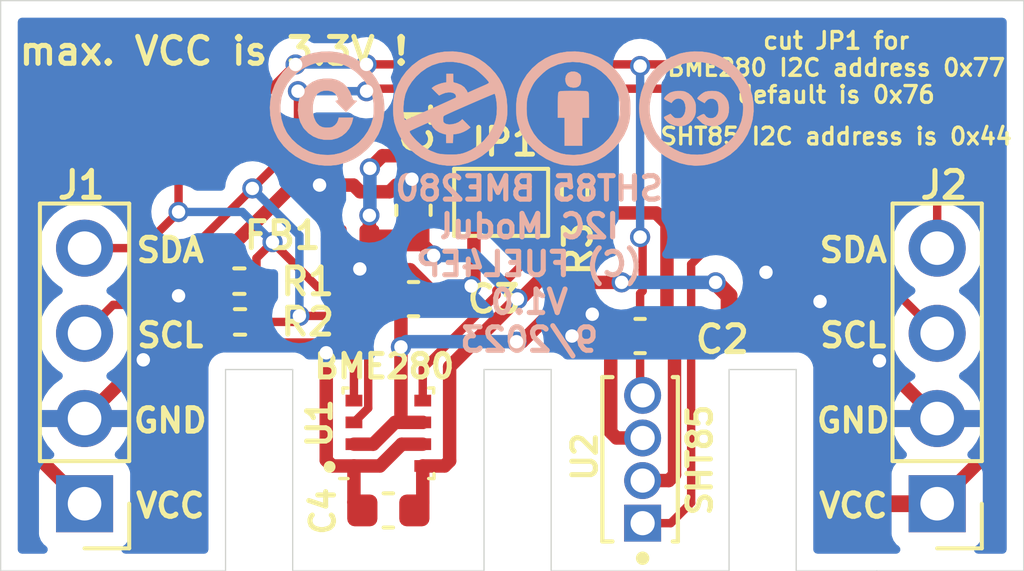
<source format=kicad_pcb>
(kicad_pcb (version 20211014) (generator pcbnew)
  (title_block (title "I2C_Module_SHT85_BME280_FUEL4EP") (date "2023-09-08") (rev "V1.0") (company "(c) FUEL4EP"))
  (layers (0 "F.Cu" signal) (31 "B.Cu" signal) (34 "B.Paste" user) (35 "F.Paste" user) (36 "B.SilkS" user "B.Silkscreen") (37 "F.SilkS" user "F.Silkscreen") (38 "B.Mask" user) (39 "F.Mask" user) (44 "Edge.Cuts" user))
  (net 0 "")
  (net 1 "VCC")
  (net 2 "GND")
  (net 3 "/SCL")
  (net 4 "/SDA")
  (net 5 "VDDA")
  (net 6 "Net-(JP1-Pad2)")
  (footprint "Capacitor_SMD:C_0603_1608Metric" (layer "F.Cu") (at 12.3 -10.75 90)
    (fp_text reference "C1" (at 2.45 0.146 90) (layer "F.SilkS") (effects (font (size 0.8 0.8))))
    (fp_text value "4.7u")
    (fp_line (start -0.14058 0.51) (end 0.14058 0.51) (layer "F.SilkS") (width 0.12))
    (fp_line (start -0.14058 -0.51) (end 0.14058 -0.51) (layer "F.SilkS") (width 0.12))
    (pad "1" smd roundrect (at -0.775 0 90) (size 0.9 0.95) (layers "F.Cu" "F.Paste" "F.Mask") (net 5 "VDDA"))
    (pad "2" smd roundrect (at 0.775 0 90) (size 0.9 0.95) (layers "F.Cu" "F.Paste" "F.Mask") (net 2 "GND"))
  )
  (footprint "Connector_PinHeader_2.54mm:PinHeader_1x04_P2.54mm_Vertical" (layer "F.Cu") (at 2.5 -2 180)
    (fp_text reference "J1" (at 0.1 9.5) (layer "F.SilkS") (effects (font (size 0.8 0.8))))
    (fp_text value "Conn_01x04")
    (fp_line (start -1.33 0) (end -1.33 -1.33) (layer "F.SilkS") (width 0.12))
    (fp_line (start 1.33 1.27) (end 1.33 8.95) (layer "F.SilkS") (width 0.12))
    (fp_line (start -1.33 1.27) (end -1.33 8.95) (layer "F.SilkS") (width 0.12))
    (fp_line (start -1.33 -1.33) (end 0 -1.33) (layer "F.SilkS") (width 0.12))
    (fp_line (start -1.33 8.95) (end 1.33 8.95) (layer "F.SilkS") (width 0.12))
    (fp_line (start -1.33 1.27) (end 1.33 1.27) (layer "F.SilkS") (width 0.12))
    (pad "1" thru_hole rect (at 0 0 180) (size 1.7 1.7) (drill 1) (layers *.Cu *.Mask) (net 1 "VCC"))
    (pad "2" thru_hole oval (at 0 2.54 180) (size 1.7 1.7) (drill 1) (layers *.Cu *.Mask) (net 2 "GND"))
    (pad "3" thru_hole oval (at 0 5.08 180) (size 1.7 1.7) (drill 1) (layers *.Cu *.Mask) (net 3 "/SCL"))
    (pad "4" thru_hole oval (at 0 7.62 180) (size 1.7 1.7) (drill 1) (layers *.Cu *.Mask) (net 4 "/SDA"))
  )
  (footprint "Inductor_SMD:L_0402_1005Metric" (layer "F.Cu") (at 10.5 -10)
    (fp_text reference "FB1" (at -2.1 0) (layer "F.SilkS") (effects (font (size 0.8 0.8))))
    (fp_text value "FerriteBead")
    (pad "1" smd roundrect (at -0.485 0) (size 0.59 0.64) (layers "F.Cu" "F.Paste" "F.Mask") (net 1 "VCC"))
    (pad "2" smd roundrect (at 0.485 0) (size 0.59 0.64) (layers "F.Cu" "F.Paste" "F.Mask") (net 5 "VDDA"))
  )
  (footprint "Connector_PinHeader_2.54mm:PinHeader_1x04_P2.54mm_Vertical" (layer "F.Cu") (at 27.9 -2 180)
    (fp_text reference "J2" (at -0.2 9.5) (layer "F.SilkS") (effects (font (size 0.8 0.8))))
    (fp_text value "Conn_01x04")
    (fp_line (start 1.33 1.27) (end 1.33 8.95) (layer "F.SilkS") (width 0.12))
    (fp_line (start -1.33 -1.33) (end 0 -1.33) (layer "F.SilkS") (width 0.12))
    (fp_line (start -1.33 0) (end -1.33 -1.33) (layer "F.SilkS") (width 0.12))
    (fp_line (start -1.33 1.27) (end -1.33 8.95) (layer "F.SilkS") (width 0.12))
    (fp_line (start -1.33 8.95) (end 1.33 8.95) (layer "F.SilkS") (width 0.12))
    (fp_line (start -1.33 1.27) (end 1.33 1.27) (layer "F.SilkS") (width 0.12))
    (pad "1" thru_hole rect (at 0 0 180) (size 1.7 1.7) (drill 1) (layers *.Cu *.Mask) (net 1 "VCC"))
    (pad "2" thru_hole oval (at 0 2.54 180) (size 1.7 1.7) (drill 1) (layers *.Cu *.Mask) (net 2 "GND"))
    (pad "3" thru_hole oval (at 0 5.08 180) (size 1.7 1.7) (drill 1) (layers *.Cu *.Mask) (net 3 "/SCL"))
    (pad "4" thru_hole oval (at 0 7.62 180) (size 1.7 1.7) (drill 1) (layers *.Cu *.Mask) (net 4 "/SDA"))
  )
  (footprint "Package_LGA:Bosch_LGA-8_2.5x2.5mm_P0.65mm_ClockwisePinNumbering" (layer "F.Cu") (at 11.55 -4.1 90)
    (fp_text reference "U1" (at 0.3 -2.05 90) (layer "F.SilkS") (effects (font (size 0.7 0.7))))
    (fp_text value "BME280")
    (fp_line (start -1.35 1.35) (end -1.35 1.2) (layer "F.SilkS") (width 0.1))
    (fp_line (start -1.35 -1.2) (end -1.35 -1.45) (layer "F.SilkS") (width 0.1))
    (fp_line (start -1.35 1.36) (end -1.2 1.36) (layer "F.SilkS") (width 0.1))
    (fp_line (start 1.35 1.35) (end 1.35 1.2) (layer "F.SilkS") (width 0.1))
    (fp_line (start 1.2 -1.35) (end 1.35 -1.35) (layer "F.SilkS") (width 0.1))
    (fp_line (start 1.35 -1.35) (end 1.35 -1.2) (layer "F.SilkS") (width 0.1))
    (fp_line (start 1.35 1.35) (end 1.2 1.35) (layer "F.SilkS") (width 0.1))
    (pad "1" smd rect (at -0.975 -1.025 180) (size 0.5 0.35) (layers "F.Cu" "F.Paste" "F.Mask") (net 2 "GND"))
    (pad "2" smd rect (at -0.325 -1.025 180) (size 0.5 0.35) (layers "F.Cu" "F.Paste" "F.Mask") (net 1 "VCC"))
    (pad "3" smd rect (at 0.325 -1.025 180) (size 0.5 0.35) (layers "F.Cu" "F.Paste" "F.Mask") (net 4 "/SDA"))
    (pad "4" smd rect (at 0.975 -1.025 180) (size 0.5 0.35) (layers "F.Cu" "F.Paste" "F.Mask") (net 3 "/SCL"))
    (pad "5" smd rect (at 0.975 1.025 180) (size 0.5 0.35) (layers "F.Cu" "F.Paste" "F.Mask") (net 6 "Net-(JP1-Pad2)"))
    (pad "6" smd rect (at 0.325 1.025 180) (size 0.5 0.35) (layers "F.Cu" "F.Paste" "F.Mask") (net 1 "VCC"))
    (pad "7" smd rect (at -0.325 1.025 180) (size 0.5 0.35) (layers "F.Cu" "F.Paste" "F.Mask") (net 2 "GND"))
    (pad "8" smd rect (at -0.975 1.025 180) (size 0.5 0.35) (layers "F.Cu" "F.Paste" "F.Mask") (net 5 "VDDA"))
  )
  (footprint "Jumper:SolderJumper-2_P1.3mm_Bridged_Pad1.0x1.5mm" (layer "F.Cu") (at 14.91 -10.985)
    (fp_text reference "JP1" (at 0 -1.8) (layer "F.SilkS") (effects (font (size 0.8 0.8))))
    (fp_text value "SolderJumper_2_Bridged")
    (fp_poly (pts (xy -0.25 -0.3) (xy 0.25 -0.3) (xy 0.25 0.3) (xy -0.25 0.3)) (layer "F.Cu") (width 0) (fill solid))
    (fp_line (start 1.4 1) (end -1.4 1) (layer "F.SilkS") (width 0.12))
    (fp_line (start 1.4 -1) (end 1.4 1) (layer "F.SilkS") (width 0.12))
    (fp_line (start -1.4 -1) (end 1.4 -1) (layer "F.SilkS") (width 0.12))
    (fp_line (start -1.4 1) (end -1.4 -1) (layer "F.SilkS") (width 0.12))
    (pad "1" smd rect (at -0.65 0) (size 1 1.5) (layers "F.Cu" "F.Mask") (net 2 "GND"))
    (pad "2" smd rect (at 0.65 0) (size 1 1.5) (layers "F.Cu" "F.Mask") (net 6 "Net-(JP1-Pad2)"))
  )
  (footprint "Capacitor_SMD:C_0603_1608Metric" (layer "F.Cu") (at 12.3 -8.1 180)
    (fp_text reference "C3" (at -2.4 0) (layer "F.SilkS") (effects (font (size 0.8 0.8))))
    (fp_text value "100n")
    (fp_line (start -0.14058 -0.51) (end 0.14058 -0.51) (layer "F.SilkS") (width 0.12))
    (fp_line (start -0.14058 0.51) (end 0.14058 0.51) (layer "F.SilkS") (width 0.12))
    (pad "1" smd roundrect (at -0.775 0 180) (size 0.9 0.95) (layers "F.Cu" "F.Paste" "F.Mask") (net 2 "GND"))
    (pad "2" smd roundrect (at 0.775 0 180) (size 0.9 0.95) (layers "F.Cu" "F.Paste" "F.Mask") (net 1 "VCC"))
  )
  (footprint "Resistor_SMD:R_0402_1005Metric" (layer "F.Cu") (at 7.112 -8.636 180)
    (fp_text reference "R1" (at -2.032 -0.015) (layer "F.SilkS") (effects (font (size 0.8 0.8))))
    (fp_text value "4.7k")
    (fp_line (start -0.153641 -0.38) (end 0.153641 -0.38) (layer "F.SilkS") (width 0.12))
    (fp_line (start -0.153641 0.38) (end 0.153641 0.38) (layer "F.SilkS") (width 0.12))
    (pad "1" smd roundrect (at -0.51 0 180) (size 0.54 0.64) (layers "F.Cu" "F.Paste" "F.Mask") (net 4 "/SDA"))
    (pad "2" smd roundrect (at 0.51 0 180) (size 0.54 0.64) (layers "F.Cu" "F.Paste" "F.Mask") (net 2 "GND"))
  )
  (footprint "Resistor_SMD:R_0402_1005Metric" (layer "F.Cu") (at 17.1 -11.3 -90)
    (fp_text reference "R3" (at 1.7 -0.1 -270) (layer "F.SilkS") (effects (font (size 0.8 0.8))))
    (fp_text value "10k")
    (fp_line (start -0.153641 0.38) (end 0.153641 0.38) (layer "F.SilkS") (width 0.12))
    (fp_line (start -0.153641 -0.38) (end 0.153641 -0.38) (layer "F.SilkS") (width 0.12))
    (pad "1" smd roundrect (at -0.51 0 270) (size 0.54 0.64) (layers "F.Cu" "F.Paste" "F.Mask") (net 5 "VDDA"))
    (pad "2" smd roundrect (at 0.51 0 270) (size 0.54 0.64) (layers "F.Cu" "F.Paste" "F.Mask") (net 6 "Net-(JP1-Pad2)"))
  )
  (footprint "FUEL4EP:XDCR_SHT85" (layer "F.Cu") (at 19.125 -3.325 90)
    (fp_text reference "U2" (at 0.075 -1.725 90) (layer "F.SilkS") (effects (font (size 0.7 0.7))))
    (fp_text value "SHT85")
    (fp_line (start 2.45 -1.2) (end 2.45 -0.9) (layer "F.SilkS") (width 0.127))
    (fp_line (start -2.45 1.05) (end -2.45 0.9) (layer "F.SilkS") (width 0.127))
    (fp_line (start -2.45 1.05) (end 2.45 1.05) (layer "F.SilkS") (width 0.127))
    (fp_line (start 2.45 -1.2) (end -2.45 -1.2) (layer "F.SilkS") (width 0.127))
    (fp_line (start -2.45 -1.2) (end -2.45 -0.9) (layer "F.SilkS") (width 0.127))
    (fp_line (start 2.45 1.05) (end 2.45 0.9) (layer "F.SilkS") (width 0.127))
    (fp_circle (center -2.95 0) (end -2.85 0) (layer "F.SilkS") (width 0.2) (fill none))
    (pad "1" thru_hole rect (at -1.905 0 90) (size 1.1 1.1) (drill 0.72) (layers *.Cu *.Mask) (net 3 "/SCL"))
    (pad "2" thru_hole circle (at -0.635 0 90) (size 1.1 1.1) (drill 0.72) (layers *.Cu *.Mask) (net 5 "VDDA"))
    (pad "3" thru_hole circle (at 0.635 0 90) (size 1.1 1.1) (drill 0.72) (layers *.Cu *.Mask) (net 2 "GND"))
    (pad "4" thru_hole circle (at 1.905 0 90) (size 1.1 1.1) (drill 0.72) (layers *.Cu *.Mask) (net 4 "/SDA"))
  )
  (footprint "Capacitor_SMD:C_0603_1608Metric" (layer "F.Cu") (at 11.55 -1.8)
    (fp_text reference "C4" (at -1.95 0.022 90) (layer "F.SilkS") (effects (font (size 0.7 0.7))))
    (fp_text value "100n")
    (fp_line (start -0.14058 -0.51) (end 0.14058 -0.51) (layer "F.SilkS") (width 0.12))
    (fp_line (start -0.14058 0.51) (end 0.14058 0.51) (layer "F.SilkS") (width 0.12))
    (pad "1" smd roundrect (at -0.775 0) (size 0.9 0.95) (layers "F.Cu" "F.Paste" "F.Mask") (net 2 "GND"))
    (pad "2" smd roundrect (at 0.775 0) (size 0.9 0.95) (layers "F.Cu" "F.Paste" "F.Mask") (net 5 "VDDA"))
  )
  (footprint "Resistor_SMD:R_0402_1005Metric" (layer "F.Cu") (at 7.132 -7.421 180)
    (fp_text reference "R2" (at -2.012 0) (layer "F.SilkS") (effects (font (size 0.8 0.8))))
    (fp_text value "4.7k")
    (fp_line (start -0.153641 0.38) (end 0.153641 0.38) (layer "F.SilkS") (width 0.12))
    (fp_line (start -0.153641 -0.38) (end 0.153641 -0.38) (layer "F.SilkS") (width 0.12))
    (pad "1" smd roundrect (at -0.51 0 180) (size 0.54 0.64) (layers "F.Cu" "F.Paste" "F.Mask") (net 3 "/SCL"))
    (pad "2" smd roundrect (at 0.51 0 180) (size 0.54 0.64) (layers "F.Cu" "F.Paste" "F.Mask") (net 2 "GND"))
  )
  (footprint "Capacitor_SMD:C_0603_1608Metric" (layer "F.Cu") (at 19.05 -7)
    (fp_text reference "C2" (at 2.45 0.1) (layer "F.SilkS") (effects (font (size 0.8 0.8))))
    (fp_text value "100n")
    (fp_line (start -0.14058 0.51) (end 0.14058 0.51) (layer "F.SilkS") (width 0.12))
    (fp_line (start -0.14058 -0.51) (end 0.14058 -0.51) (layer "F.SilkS") (width 0.12))
    (pad "1" smd roundrect (at -0.775 0) (size 0.9 0.95) (layers "F.Cu" "F.Paste" "F.Mask") (net 2 "GND"))
    (pad "2" smd roundrect (at 0.775 0) (size 0.9 0.95) (layers "F.Cu" "F.Paste" "F.Mask") (net 5 "VDDA"))
  )
  (footprint "FUEL4EP:CC-BY-ND-SA" (layer "B.Cu") (at 15.24 -13.8 180)
    (fp_text reference "LOGO1" hide)
    (fp_text value "Logo_Open_Hardware_Small" hide)
    (fp_poly (pts (xy -5.843953 0.500439) (xy -5.757446 0.482839) (xy -5.749031 0.480035) (xy -5.700535 0.455967) (xy -5.644831 0.418203) (xy -5.590408 0.373943) (xy -5.545751 0.33039) (xy -5.519348 0.294746) (xy -5.515644 0.281973) (xy -5.53052 0.264326) (xy -5.569301 0.236276) (xy -5.623252 0.204088) (xy -5.730645 0.145104) (xy -5.769091 0.199097) (xy -5.828835 0.254083) (xy -5.904 0.280239) (xy -5.984781 0.27482) (xy -6.009283 0.266361) (xy -6.072088 0.228314) (xy -6.113801 0.172277) (xy -6.13806 0.091943) (xy -6.14572 0.029835) (xy -6.145108 -0.086167) (xy -6.121607 -0.177082) (xy -6.074001 -0.246926) (xy -6.057111 -0.262478) (xy -5.991622 -0.298108) (xy -5.916913 -0.309361) (xy -5.843584 -0.297538) (xy -5.782234 -0.263942) (xy -5.750213 -0.224782) (xy -5.728724 -0.194672) (xy -5.701887 -0.184365) (xy -5.662118 -0.194242) (xy -5.601833 -0.224686) (xy -5.587104 -0.233015) (xy -5.49678 -0.284602) (xy -5.571814 -0.369845) (xy -5.658971 -0.452843) (xy -5.751414 -0.505228) (xy -5.859562 -0.531957) (xy -5.923643 -0.537288) (xy -5.996805 -0.538034) (xy -6.063044 -0.534665) (xy -6.105072 -0.528499) (xy -6.218229 -0.481018) (xy -6.316183 -0.404686) (xy -6.391717 -0.306046) (xy -6.422688 -0.240452) (xy -6.45238 -0.117926) (xy -6.458053 0.016497) (xy -6.439748 0.147547) (xy -6.421555 0.207195) (xy -6.373897 0.296042) (xy -6.303931 0.37868) (xy -6.221605 0.445362) (xy -6.136867 0.486341) (xy -6.136564 0.486432) (xy -6.049851 0.502506) (xy -5.946868 0.507085) (xy -5.843953 0.500439)) (layer "B.SilkS") (width 0.01) (fill solid))
    (fp_poly (pts (xy 5.670842 1.677935) (xy 5.915989 1.63849) (xy 6.050643 1.601909) (xy 6.269262 1.514938) (xy 6.474607 1.395684) (xy 6.663296 1.246777) (xy 6.831945 1.070844) (xy 6.962883 0.892993) (xy 7.071921 0.691595) (xy 7.150769 0.474874) (xy 7.199461 0.247583) (xy 7.218029 0.014479) (xy 7.206508 -0.219682) (xy 7.164931 -0.450144) (xy 7.09333 -0.672153) (xy 6.99174 -0.880951) (xy 6.949976 -0.948698) (xy 6.811165 -1.129568) (xy 6.644386 -1.293309) (xy 6.455571 -1.435725) (xy 6.250655 -1.552615) (xy 6.035573 -1.639782) (xy 5.930782 -1.669753) (xy 5.763154 -1.700578) (xy 5.581777 -1.715724) (xy 5.400261 -1.714879) (xy 5.232217 -1.697733) (xy 5.17534 -1.687012) (xy 4.941487 -1.621211) (xy 4.729088 -1.529022) (xy 4.533181 -1.407644) (xy 4.348806 -1.254278) (xy 4.270165 -1.176054) (xy 4.111735 -0.985678) (xy 3.986368 -0.780431) (xy 3.894291 -0.560879) (xy 3.83573 -0.327589) (xy 3.810911 -0.08113) (xy 3.81 -0.02224) (xy 3.810835 -0.007953) (xy 4.121254 -0.007953) (xy 4.124758 -0.146854) (xy 4.13872 -0.270671) (xy 4.144659 -0.301355) (xy 4.206645 -0.50465) (xy 4.299913 -0.695355) (xy 4.420897 -0.8702) (xy 4.566033 -1.025918) (xy 4.731755 -1.159241) (xy 4.914498 -1.2669) (xy 5.110698 -1.345626) (xy 5.316789 -1.392153) (xy 5.337499 -1.394872) (xy 5.49535 -1.403679) (xy 5.664778 -1.395219) (xy 5.826203 -1.370751) (xy 5.869071 -1.360751) (xy 6.056878 -1.295399) (xy 6.239622 -1.198982) (xy 6.410435 -1.076679) (xy 6.562449 -0.933665) (xy 6.688794 -0.775117) (xy 6.727552 -0.713739) (xy 6.813562 -0.533659) (xy 6.872816 -0.335649) (xy 6.904311 -0.127345) (xy 6.907043 0.083619) (xy 6.880007 0.28961) (xy 6.866866 0.345744) (xy 6.799893 0.535577) (xy 6.701334 0.717408) (xy 6.575816 0.885598) (xy 6.42796 1.034507) (xy 6.262392 1.158496) (xy 6.147519 1.223027) (xy 6.017285 1.282756) (xy 5.90246 1.32426) (xy 5.790443 1.350436) (xy 5.668632 1.364183) (xy 5.524424 1.3684) (xy 5.515428 1.368413) (xy 5.338795 1.361192) (xy 5.184248 1.337577) (xy 5.040251 1.29482) (xy 4.895269 1.230173) (xy 4.862285 1.212842) (xy 4.682817 1.096421) (xy 4.520049 0.951294) (xy 4.378505 0.782938) (xy 4.262708 0.596828) (xy 4.17718 0.398441) (xy 4.168965 0.373438) (xy 4.143811 0.264774) (xy 4.127756 0.133449) (xy 4.121254 -0.007953) (xy 3.810835 -0.007953) (xy 3.824302 0.222432) (xy 3.868255 0.448631) (xy 3.94343 0.660866) (xy 4.051396 0.863645) (xy 4.182697 1.047804) (xy 4.349783 1.228665) (xy 4.537058 1.380734) (xy 4.741512 1.503119) (xy 4.960129 1.594925) (xy 5.189899 1.655259) (xy 5.427807 1.683227) (xy 5.670842 1.677935)) (layer "B.SilkS") (width 0.01) (fill solid))
    (fp_poly (pts (xy -1.684775 0.507665) (xy -1.582561 0.506458) (xy -1.507467 0.504075) (xy -1.454911 0.500211) (xy -1.420315 0.494563) (xy -1.399096 0.486826) (xy -1.389225 0.47949) (xy -1.379373 0.464706) (xy -1.37202 0.4396) (xy -1.366826 0.399396) (xy -1.363449 0.339319) (xy -1.361547 0.254593) (xy -1.36078 0.140441) (xy -1.360715 0.080347) (xy -1.360715 -0.290286) (xy -1.560286 -0.290286) (xy -1.560286 -1.124857) (xy -2.086429 -1.124857) (xy -2.086429 -0.290286) (xy -2.286 -0.290286) (xy -2.286 0.078831) (xy -2.285741 0.204694) (xy -2.284688 0.299273) (xy -2.282423 0.367566) (xy -2.278533 0.414571) (xy -2.272602 0.445289) (xy -2.264213 0.464717) (xy -2.252952 0.477856) (xy -2.252822 0.477974) (xy -2.237759 0.487929) (xy -2.214354 0.495451) (xy -2.17789 0.500868) (xy -2.123652 0.504505) (xy -2.046921 0.506688) (xy -1.942983 0.507744) (xy -1.818689 0.508) (xy -1.684775 0.507665)) (layer "B.SilkS") (width 0.01) (fill solid))
    (fp_poly (pts (xy -5.209548 1.665688) (xy -5.011275 1.624538) (xy -4.972053 1.612777) (xy -4.7484 1.523512) (xy -4.539651 1.404256) (xy -4.349534 1.258324) (xy -4.181776 1.089031) (xy -4.040104 0.899692) (xy -3.928245 0.693624) (xy -3.921431 0.678206) (xy -3.84411 0.458242) (xy -3.797539 0.228325) (xy -3.781301 -0.006356) (xy -3.794982 -0.240611) (xy -3.838168 -0.469251) (xy -3.910442 -0.687086) (xy -4.01139 -0.888927) (xy -4.051842 -0.9525) (xy -4.199518 -1.140499) (xy -4.371038 -1.305048) (xy -4.562485 -1.444516) (xy -4.769941 -1.557273) (xy -4.989492 -1.641687) (xy -5.217219 -1.696128) (xy -5.449207 -1.718963) (xy -5.681539 -1.708563) (xy -5.814786 -1.686684) (xy -6.061183 -1.617314) (xy -6.28875 -1.516971) (xy -6.496853 -1.386071) (xy -6.684853 -1.22503) (xy -6.852113 -1.034264) (xy -6.887783 -0.985947) (xy -7.009938 -0.784507) (xy -7.101444 -0.567448) (xy -7.161776 -0.339383) (xy -7.190409 -0.104923) (xy -7.188641 0.011407) (xy -6.882572 0.011407) (xy -6.870738 -0.196538) (xy -6.826092 -0.401799) (xy -6.748416 -0.601129) (xy -6.637496 -0.79128) (xy -6.579925 -0.86891) (xy -6.433303 -1.025609) (xy -6.261635 -1.160442) (xy -6.07167 -1.269028) (xy -5.87016 -1.346981) (xy -5.823857 -1.359867) (xy -5.67923 -1.385972) (xy -5.516996 -1.396701) (xy -5.351947 -1.392064) (xy -5.198876 -1.372073) (xy -5.142581 -1.359329) (xy -4.989449 -1.307458) (xy -4.830059 -1.232836) (xy -4.678485 -1.142765) (xy -4.568807 -1.061597) (xy -4.415184 -0.911264) (xy -4.289824 -0.740698) (xy -4.193725 -0.553611) (xy -4.12789 -0.353716) (xy -4.093317 -0.144726) (xy -4.091008 0.069647) (xy -4.121961 0.285689) (xy -4.164746 0.438252) (xy -4.237973 0.612176) (xy -4.336239 0.772571) (xy -4.464267 0.926713) (xy -4.516151 0.979714) (xy -4.684396 1.123003) (xy -4.865355 1.233195) (xy -5.061537 1.311404) (xy -5.275449 1.358743) (xy -5.400447 1.371946) (xy -5.62394 1.369882) (xy -5.839153 1.333056) (xy -6.043454 1.26245) (xy -6.234208 1.159049) (xy -6.408782 1.023834) (xy -6.457106 0.977712) (xy -6.606097 0.805066) (xy -6.723355 0.618865) (xy -6.808664 0.422356) (xy -6.861809 0.218788) (xy -6.882572 0.011407) (xy -7.188641 0.011407) (xy -7.186817 0.131323) (xy -7.150476 0.364741) (xy -7.080859 0.590721) (xy -7.070352 0.616857) (xy -6.960716 0.837412) (xy -6.822852 1.039041) (xy -6.659913 1.218727) (xy -6.475054 1.373451) (xy -6.271427 1.500196) (xy -6.052187 1.595945) (xy -6.044305 1.598686) (xy -5.850616 1.649898) (xy -5.639843 1.678229) (xy -5.422613 1.683539) (xy -5.209548 1.665688)) (layer "B.SilkS") (width 0.01) (fill solid))
    (fp_poly (pts (xy 5.631663 0.869092) (xy 5.756036 0.849657) (xy 5.808844 0.835608) (xy 5.958363 0.770394) (xy 6.089457 0.675837) (xy 6.199517 0.555252) (xy 6.285937 0.411952) (xy 6.346109 0.249251) (xy 6.371997 0.119868) (xy 6.382633 -0.074657) (xy 6.361671 -0.257556) (xy 6.30983 -0.425875) (xy 6.227827 -0.576658) (xy 6.190782 -0.626424) (xy 6.067105 -0.752147) (xy 5.923981 -0.84844) (xy 5.76494 -0.913961) (xy 5.593512 -0.947365) (xy 5.413228 -0.947307) (xy 5.363715 -0.941412) (xy 5.210463 -0.901754) (xy 5.07216 -0.831164) (xy 4.952761 -0.733294) (xy 4.856223 -0.611792) (xy 4.786504 -0.470308) (xy 4.76108 -0.385536) (xy 4.738558 -0.290286) (xy 5.166406 -0.290286) (xy 5.186431 -0.36981) (xy 5.221372 -0.44617) (xy 5.280267 -0.514618) (xy 5.351973 -0.56355) (xy 5.384225 -0.575773) (xy 5.429607 -0.583324) (xy 5.494601 -0.588232) (xy 5.54443 -0.589337) (xy 5.653061 -0.574945) (xy 5.743656 -0.530985) (xy 5.819732 -0.455288) (xy 5.858714 -0.395772) (xy 5.906243 -0.285879) (xy 5.934892 -0.161405) (xy 5.945233 -0.02991) (xy 5.937837 0.101048) (xy 5.913276 0.223909) (xy 5.872121 0.331115) (xy 5.814946 0.415105) (xy 5.795987 0.433571) (xy 5.706483 0.489204) (xy 5.600325 0.518149) (xy 5.48637 0.519526) (xy 5.373472 0.492452) (xy 5.341462 0.478806) (xy 5.280718 0.435252) (xy 5.227647 0.371815) (xy 5.192726 0.302371) (xy 5.18568 0.272521) (xy 5.188127 0.238198) (xy 5.214096 0.221725) (xy 5.230231 0.218092) (xy 5.249984 0.213251) (xy 5.258418 0.204984) (xy 5.252666 0.188932) (xy 5.229859 0.160738) (xy 5.187131 0.116041) (xy 5.121614 0.050484) (xy 5.116838 0.045735) (xy 4.953 -0.117172) (xy 4.78912 0.045735) (xy 4.625239 0.208643) (xy 4.684798 0.217714) (xy 4.72315 0.227831) (xy 4.746464 0.250297) (xy 4.764522 0.295733) (xy 4.768339 0.308429) (xy 4.831988 0.475308) (xy 4.916613 0.61287) (xy 5.022946 0.72191) (xy 5.151719 0.803223) (xy 5.263314 0.846445) (xy 5.371321 0.867763) (xy 5.498764 0.875219) (xy 5.631663 0.869092)) (layer "B.SilkS") (width 0.01) (fill solid))
    (fp_poly (pts (xy -1.758829 1.081206) (xy -1.681066 1.051401) (xy -1.644833 1.023028) (xy -1.602485 0.957461) (xy -1.58392 0.876987) (xy -1.588425 0.792509) (xy -1.615287 0.714933) (xy -1.663794 0.655164) (xy -1.669155 0.651061) (xy -1.734456 0.620972) (xy -1.816263 0.607523) (xy -1.897774 0.612956) (xy -1.917466 0.617925) (xy -1.983336 0.650778) (xy -2.025596 0.704563) (xy -2.046664 0.783464) (xy -2.050143 0.847485) (xy -2.048325 0.914308) (xy -2.040276 0.957618) (xy -2.022101 0.990111) (xy -1.998444 1.016061) (xy -1.928279 1.063325) (xy -1.844821 1.08511) (xy -1.758829 1.081206)) (layer "B.SilkS") (width 0.01) (fill solid))
    (fp_poly (pts (xy -1.636143 1.67626) (xy -1.403079 1.637746) (xy -1.179769 1.568814) (xy -0.986833 1.478224) (xy -0.779738 1.342441) (xy -0.59637 1.181093) (xy -0.43897 0.997087) (xy -0.309774 0.793329) (xy -0.211024 0.572727) (xy -0.159912 0.40461) (xy -0.134681 0.264319) (xy -0.120853 0.10248) (xy -0.118435 -0.06821) (xy -0.127432 -0.235057) (xy -0.147849 -0.385362) (xy -0.159515 -0.439225) (xy -0.230871 -0.66252) (xy -0.33074 -0.8663) (xy -0.461523 -1.054705) (xy -0.61078 -1.2176) (xy -0.806204 -1.384306) (xy -1.015784 -1.517926) (xy -1.241457 -1.619542) (xy -1.437722 -1.679217) (xy -1.538577 -1.697202) (xy -1.66278 -1.709235) (xy -1.797834 -1.714997) (xy -1.931241 -1.71417) (xy -2.050505 -1.706436) (xy -2.119685 -1.696588) (xy -2.351131 -1.637328) (xy -2.562754 -1.551066) (xy -2.759209 -1.435249) (xy -2.945147 -1.287321) (xy -3.050044 -1.185764) (xy -3.208286 -1.001506) (xy -3.33287 -0.808922) (xy -3.426197 -0.603741) (xy -3.482731 -0.416289) (xy -3.501917 -0.306727) (xy -3.514317 -0.173881) (xy -3.519754 -0.029675) (xy -3.519671 -0.022607) (xy -3.211167 -0.022607) (xy -3.204215 -0.178655) (xy -3.183128 -0.319429) (xy -3.177241 -0.344413) (xy -3.107204 -0.548893) (xy -3.004823 -0.74173) (xy -2.873454 -0.917767) (xy -2.716456 -1.071846) (xy -2.689246 -1.094066) (xy -2.577706 -1.177798) (xy -2.476587 -1.241164) (xy -2.372813 -1.291442) (xy -2.256932 -1.334699) (xy -2.05299 -1.384973) (xy -1.838685 -1.40412) (xy -1.622769 -1.391855) (xy -1.460643 -1.360751) (xy -1.271461 -1.294796) (xy -1.089039 -1.197656) (xy -0.919259 -1.074171) (xy -0.768003 -0.929184) (xy -0.641153 -0.767536) (xy -0.553937 -0.614403) (xy -0.500362 -0.489954) (xy -0.463582 -0.374559) (xy -0.441035 -0.25607) (xy -0.430159 -0.122342) (xy -0.428125 -0.018143) (xy -0.431493 0.126899) (xy -0.444246 0.248906) (xy -0.469301 0.360547) (xy -0.509572 0.474491) (xy -0.567975 0.603408) (xy -0.57396 0.615647) (xy -0.614333 0.693833) (xy -0.653441 0.758067) (xy -0.698448 0.817893) (xy -0.756517 0.882857) (xy -0.832654 0.960361) (xy -0.926642 1.050032) (xy -1.00769 1.118049) (xy -1.084943 1.171551) (xy -1.15225 1.209794) (xy -1.360218 1.29886) (xy -1.576631 1.354014) (xy -1.797434 1.374956) (xy -2.018577 1.361389) (xy -2.236007 1.313013) (xy -2.293345 1.294018) (xy -2.476559 1.21055) (xy -2.649753 1.09605) (xy -2.808183 0.955386) (xy -2.947102 0.793426) (xy -3.061764 0.615039) (xy -3.147424 0.425093) (xy -3.151415 0.413789) (xy -3.184347 0.285953) (xy -3.204404 0.136375) (xy -3.211167 -0.022607) (xy -3.519671 -0.022607) (xy -3.518052 0.113967) (xy -3.509036 0.24512) (xy -3.493989 0.345158) (xy -3.427876 0.571279) (xy -3.329181 0.786611) (xy -3.200928 0.987354) (xy -3.046142 1.169705) (xy -2.867847 1.329863) (xy -2.669069 1.464024) (xy -2.556978 1.523035) (xy -2.339379 1.607745) (xy -2.109742 1.661415) (xy -1.873514 1.684202) (xy -1.636143 1.67626)) (layer "B.SilkS") (width 0.01) (fill solid))
    (fp_poly (pts (xy 2.004497 1.677952) (xy 2.239964 1.640843) (xy 2.466241 1.573957) (xy 2.677838 1.477988) (xy 2.781126 1.416245) (xy 2.980099 1.265197) (xy 3.152477 1.090769) (xy 3.296565 0.895326) (xy 3.41067 0.681233) (xy 3.493097 0.450855) (xy 3.504902 0.405983) (xy 3.530828 0.262819) (xy 3.544851 0.098346) (xy 3.546966 -0.074642) (xy 3.53717 -0.24335) (xy 3.515455 -0.394984) (xy 3.505228 -0.440896) (xy 3.435023 -0.661014) (xy 3.337718 -0.86115) (xy 3.210384 -1.046302) (xy 3.050096 -1.221468) (xy 3.045444 -1.225952) (xy 2.879178 -1.371149) (xy 2.711865 -1.486251) (xy 2.534883 -1.576649) (xy 2.404276 -1.626876) (xy 2.175011 -1.687526) (xy 1.937941 -1.717256) (xy 1.701738 -1.715379) (xy 1.542143 -1.695) (xy 1.316831 -1.636381) (xy 1.100807 -1.54555) (xy 0.897824 -1.425774) (xy 0.711631 -1.280321) (xy 0.54598 -1.112458) (xy 0.404622 -0.925453) (xy 0.291308 -0.722574) (xy 0.221183 -0.544286) (xy 0.187458 -0.42911) (xy 0.16476 -0.32333) (xy 0.151773 -0.215805) (xy 0.147183 -0.09539) (xy 0.148609 -0.012653) (xy 0.453886 -0.012653) (xy 0.462432 -0.189028) (xy 0.489328 -0.345411) (xy 0.537478 -0.494643) (xy 0.588379 -0.607786) (xy 0.705747 -0.806105) (xy 0.847631 -0.977745) (xy 1.014726 -1.123399) (xy 1.207726 -1.243761) (xy 1.244985 -1.262654) (xy 1.356604 -1.313919) (xy 1.456625 -1.350444) (xy 1.555093 -1.37419) (xy 1.662052 -1.387115) (xy 1.787548 -1.391182) (xy 1.895928 -1.389701) (xy 2.011783 -1.385462) (xy 2.100421 -1.378873) (xy 2.170889 -1.368794) (xy 2.232236 -1.354087) (xy 2.267465 -1.342897) (xy 2.432452 -1.278043) (xy 2.575614 -1.201601) (xy 2.708674 -1.106262) (xy 2.843352 -0.984717) (xy 2.846005 -0.982105) (xy 2.924337 -0.900668) (xy 2.987461 -0.826668) (xy 3.032432 -0.764215) (xy 3.056307 -0.717421) (xy 3.056142 -0.690396) (xy 3.055431 -0.689619) (xy 3.03471 -0.677732) (xy 2.987457 -0.654544) (xy 2.920282 -0.623012) (xy 2.839792 -0.586097) (xy 2.752595 -0.546758) (xy 2.6653 -0.507955) (xy 2.584516 -0.472646) (xy 2.516849 -0.443792) (xy 2.468909 -0.424352) (xy 2.447347 -0.417286) (xy 2.433463 -0.432531) (xy 2.416458 -0.469726) (xy 2.4147 -0.474635) (xy 2.361869 -0.573238) (xy 2.279408 -0.658617) (xy 2.172931 -0.726175) (xy 2.054208 -0.769775) (xy 1.9685 -0.791694) (xy 1.966376 -0.917454) (xy 1.964253 -1.043214) (xy 1.768928 -1.043214) (xy 1.758358 -0.78466) (xy 1.651666 -0.772589) (xy 1.556675 -0.75144) (xy 1.45191 -0.711814) (xy 1.353461 -0.660683) (xy 1.289366 -0.615597) (xy 1.245231 -0.578461) (xy 1.365851 -0.457841) (xy 1.486471 -0.337222) (xy 1.52814 -0.376367) (xy 1.599844 -0.42682) (xy 1.688433 -0.464262) (xy 1.784297 -0.487079) (xy 1.877826 -0.493657) (xy 1.959408 -0.482382) (xy 2.012083 -0.457629) (xy 2.041772 -0.429061) (xy 2.055706 -0.392767) (xy 2.059214 -0.334737) (xy 2.059214 -0.33372) (xy 2.057109 -0.27913) (xy 2.04614 -0.247513) (xy 2.019323 -0.225605) (xy 1.995714 -0.213102) (xy 1.944855 -0.188646) (xy 1.869545 -0.153905) (xy 1.773873 -0.110654) (xy 1.661926 -0.06067) (xy 1.537793 -0.005728) (xy 1.40556 0.052397) (xy 1.269315 0.111929) (xy 1.133145 0.171093) (xy 1.00114 0.228113) (xy 0.877385 0.281213) (xy 0.765969 0.328618) (xy 0.67098 0.368552) (xy 0.596505 0.39924) (xy 0.546631 0.418906) (xy 0.525446 0.425775) (xy 0.525079 0.4257) (xy 0.509594 0.399671) (xy 0.493846 0.345314) (xy 0.479123 0.270558) (xy 0.466712 0.183325) (xy 0.457899 0.091544) (xy 0.453974 0.003139) (xy 0.453886 -0.012653) (xy 0.148609 -0.012653) (xy 0.149673 0.049056) (xy 0.150016 0.058632) (xy 0.170045 0.288086) (xy 0.213987 0.494986) (xy 0.284269 0.686021) (xy 0.321729 0.754798) (xy 0.68963 0.754798) (xy 0.705166 0.738069) (xy 0.745722 0.713385) (xy 0.802544 0.686068) (xy 0.803022 0.685861) (xy 0.866491 0.658202) (xy 0.951129 0.621009) (xy 1.044976 0.579548) (xy 1.120374 0.54608) (xy 1.324534 0.455224) (xy 1.36126 0.527213) (xy 1.426479 0.615262) (xy 1.522788 0.685016) (xy 1.649796 0.736222) (xy 1.709964 0.751645) (xy 1.736079 0.759245) (xy 1.750997 0.7733) (xy 1.75785 0.802453) (xy 1.759769 0.855343) (xy 1.759857 0.889346) (xy 1.759857 1.016) (xy 1.959428 1.016) (xy 1.959428 0.763644) (xy 2.027464 0.752492) (xy 2.110114 0.733338) (xy 2.198444 0.703976) (xy 2.279314 0.669466) (xy 2.339584 0.634867) (xy 2.346385 0.629703) (xy 2.396383 0.589643) (xy 2.177621 0.373537) (xy 2.091696 0.415283) (xy 1.999013 0.449818) (xy 1.906475 0.465989) (xy 1.820922 0.464512) (xy 1.749195 0.446104) (xy 1.698134 0.411481) (xy 1.67656 0.371796) (xy 1.67292 0.330936) (xy 1.68045 0.308027) (xy 1.70022 0.297221) (xy 1.749075 0.273733) (xy 1.822903 0.23939) (xy 1.917596 0.196024) (xy 2.029046 0.145462) (xy 2.153142 0.089536) (xy 2.285775 0.030073) (xy 2.422837 -0.031096) (xy 2.560218 -0.092142) (xy 2.693809 -0.151236) (xy 2.819501 -0.206547) (xy 2.933184 -0.256248) (xy 3.03075 -0.298508) (xy 3.108089 -0.331498) (xy 3.161091 -0.353388) (xy 3.185649 -0.362349) (xy 3.186492 -0.362469) (xy 3.204742 -0.347183) (xy 3.217829 -0.312964) (xy 3.240011 -0.150735) (xy 3.242527 0.027907) (xy 3.226174 0.209412) (xy 3.191753 0.38023) (xy 3.173303 0.441931) (xy 3.098341 0.614798) (xy 2.992572 0.78221) (xy 2.861473 0.938372) (xy 2.710522 1.077488) (xy 2.545195 1.193762) (xy 2.385748 1.275307) (xy 2.183792 1.341028) (xy 1.972543 1.3741) (xy 1.757563 1.374978) (xy 1.544415 1.344119) (xy 1.338661 1.281978) (xy 1.145866 1.189011) (xy 1.116601 1.171312) (xy 1.060957 1.132024) (xy 0.994994 1.07838) (xy 0.924194 1.01573) (xy 0.854044 0.949424) (xy 0.790028 0.884813) (xy 0.737631 0.827246) (xy 0.702338 0.782075) (xy 0.68963 0.754798) (xy 0.321729 0.754798) (xy 0.383319 0.867877) (xy 0.505043 1.036698) (xy 0.651739 1.197408) (xy 0.818283 1.341616) (xy 0.997318 1.464061) (xy 1.181489 1.559483) (xy 1.297846 1.603681) (xy 1.527949 1.660064) (xy 1.765329 1.68459) (xy 2.004497 1.677952)) (layer "B.SilkS") (width 0.01) (fill solid))
    (fp_poly (pts (xy -4.925138 0.505796) (xy -4.81855 0.491246) (xy -4.726924 0.463993) (xy -4.693669 0.447651) (xy -4.639115 0.409823) (xy -4.588988 0.365166) (xy -4.550081 0.321093) (xy -4.529184 0.285019) (xy -4.529165 0.268063) (xy -4.549131 0.252659) (xy -4.592001 0.22733) (xy -4.641358 0.20123) (xy -4.744357 0.149271) (xy -4.777776 0.193653) (xy -4.817814 0.232366) (xy -4.869336 0.265727) (xy -4.872397 0.267221) (xy -4.947499 0.28463) (xy -5.023094 0.271287) (xy -5.087866 0.230532) (xy -5.116265 0.195244) (xy -5.152204 0.107439) (xy -5.165591 0.007448) (xy -5.157294 -0.093932) (xy -5.128182 -0.185902) (xy -5.079925 -0.256867) (xy -5.0414 -0.288969) (xy -4.999968 -0.304281) (xy -4.939733 -0.308413) (xy -4.93386 -0.308429) (xy -4.874027 -0.305564) (xy -4.833513 -0.292248) (xy -4.795506 -0.2614) (xy -4.777066 -0.242382) (xy -4.714776 -0.176335) (xy -4.624054 -0.218826) (xy -4.57219 -0.244896) (xy -4.535268 -0.266765) (xy -4.524183 -0.276124) (xy -4.527781 -0.301789) (xy -4.554432 -0.341255) (xy -4.597453 -0.387528) (xy -4.650161 -0.433616) (xy -4.705872 -0.472524) (xy -4.719126 -0.480114) (xy -4.824046 -0.520178) (xy -4.944788 -0.539238) (xy -5.06673 -0.536033) (xy -5.152572 -0.517493) (xy -5.26254 -0.463284) (xy -5.353645 -0.37893) (xy -5.418378 -0.277249) (xy -5.44427 -0.218917) (xy -5.459545 -0.165976) (xy -5.466834 -0.104803) (xy -5.468772 -0.021776) (xy -5.468776 -0.016534) (xy -5.467255 0.066199) (xy -5.460852 0.126179) (xy -5.446806 0.176873) (xy -5.422354 0.231753) (xy -5.414807 0.246699) (xy -5.344396 0.350781) (xy -5.253868 0.432217) (xy -5.150323 0.484924) (xy -5.12913 0.49136) (xy -5.03317 0.506286) (xy -4.925138 0.505796)) (layer "B.SilkS") (width 0.01) (fill solid))
  )
  (gr_circle (center 9.8 -3.1) (end 9.9 -3.1) (layer "F.SilkS") (width 0.1524) (fill solid))
  (gr_line (start 6.7 0) (end 0 0) (layer "Edge.Cuts") (width 0.0381))
  (gr_line (start 16.4 -6) (end 14.4 -6) (layer "Edge.Cuts") (width 0.0381))
  (gr_line (start 6.7 -6) (end 8.7 -6) (layer "Edge.Cuts") (width 0.0381))
  (gr_line (start 16.4 0) (end 16.4 -6) (layer "Edge.Cuts") (width 0.0381))
  (gr_line (start 6.7 0) (end 6.7 -6) (layer "Edge.Cuts") (width 0.0381))
  (gr_line (start 30.48 0) (end 26.1 0) (layer "Edge.Cuts") (width 0.0381))
  (gr_line (start 0 -17) (end 0 0) (layer "Edge.Cuts") (width 0.0381))
  (gr_line (start 0 -17) (end 30.48 -17) (layer "Edge.Cuts") (width 0.0381))
  (gr_line (start 14.4 0) (end 8.7 0) (layer "Edge.Cuts") (width 0.0381))
  (gr_line (start 21.7 0) (end 21.7 -6) (layer "Edge.Cuts") (width 0.0381))
  (gr_line (start 8.7 -6) (end 8.7 0) (layer "Edge.Cuts") (width 0.0381))
  (gr_line (start 21.7 -6) (end 23.7 -6) (layer "Edge.Cuts") (width 0.0381))
  (gr_line (start 14.4 -6) (end 14.4 0) (layer "Edge.Cuts") (width 0.0381))
  (gr_line (start 26.1 0) (end 23.7 0) (layer "Edge.Cuts") (width 0.0381))
  (gr_line (start 23.7 -6) (end 23.7 0) (layer "Edge.Cuts") (width 0.0381))
  (gr_line (start 21.7 0) (end 16.4 0) (layer "Edge.Cuts") (width 0.0381))
  (gr_line (start 30.48 -17) (end 30.48 0) (layer "Edge.Cuts") (width 0.0381))
  (gr_text "SHT85 BME280\nI2C Modul\n(C) FUEL4EP\nV1.0\n9/2023" (at 15.748 -9.144) (layer "B.SilkS") (effects (font (size 0.7 0.7) (thickness 0.1524)) (justify mirror)))
  (gr_text "SCL\n" (at 5.053 -7.02) (layer "F.SilkS") (effects (font (size 0.7 0.7))))
  (gr_text "SDA" (at 25.4 -9.56) (layer "F.SilkS") (effects (font (size 0.7 0.7))))
  (gr_text "SHT85 I2C address is 0x44" (at 24.892 -12.954) (layer "F.SilkS") (effects (font (size 0.5 0.5) (thickness 0.1))))
  (gr_text "SHT85\n" (at 20.828 -3.302 90) (layer "F.SilkS") (effects (font (size 0.7 0.7))))
  (gr_text "GND\n" (at 25.4 -4.48) (layer "F.SilkS") (effects (font (size 0.7 0.7))))
  (gr_text "GND\n" (at 5.053 -4.48) (layer "F.SilkS") (effects (font (size 0.7 0.7))))
  (gr_text "SCL\n" (at 25.4 -7.02) (layer "F.SilkS") (effects (font (size 0.7 0.7))))
  (gr_text "VCC\n" (at 5.053 -1.94) (layer "F.SilkS") (effects (font (size 0.7 0.7))))
  (gr_text "cut JP1 for\nBME280 I2C address 0x77\ndefault is 0x76\n" (at 24.892 -15) (layer "F.SilkS") (effects (font (size 0.5 0.5) (thickness 0.1))))
  (gr_text "BME280" (at 11.43 -6.096) (layer "F.SilkS") (effects (font (size 0.7 0.7))))
  (gr_text "SDA" (at 5.053 -9.56) (layer "F.SilkS") (effects (font (size 0.7 0.7))))
  (gr_text "VCC\n" (at 25.4 -1.94) (layer "F.SilkS") (effects (font (size 0.7 0.7))))
  (gr_text "max. VCC is 3.3V !" (at 6.35 -15.494) (layer "F.SilkS") (effects (font (size 0.8 0.8) (thickness 0.1524))))
  (segment (start 15.368742 -6.831258) (end 15.531258 -6.831258) (width 0.4) (layer "F.Cu") (net 1))
  (segment (start 11.75 -4.425) (end 11.1 -3.775) (width 0.4) (layer "F.Cu") (net 1))
  (segment (start 21.7 -7.7) (end 21.7 -8.2) (width 0.5) (layer "F.Cu") (net 1))
  (segment (start 1.016 -16.256) (end 29.464 -16.256) (width 0.4) (layer "F.Cu") (net 1))
  (segment (start 11.1 -3.775) (end 10.525 -3.775) (width 0.4) (layer "F.Cu") (net 1))
  (segment (start 29.718 -3.818) (end 27.9 -2) (width 0.4) (layer "F.Cu") (net 1))
  (segment (start 15.531258 -6.831258) (end 17.3 -8.6) (width 0.4) (layer "F.Cu") (net 1))
  (segment (start 29.464 -16.256) (end 29.718 -16.002) (width 0.4) (layer "F.Cu") (net 1))
  (segment (start 0.762 -3.738) (end 0.762 -16.002) (width 0.4) (layer "F.Cu") (net 1))
  (segment (start 10.0005 -8.710257) (end 10.610757 -8.1) (width 0.4) (layer "F.Cu") (net 1))
  (segment (start 10.0005 -9.289743) (end 10.0005 -8.710257) (width 0.4) (layer "F.Cu") (net 1))
  (segment (start 21.7 -8.2) (end 21.3 -8.6) (width 0.5) (layer "F.Cu") (net 1))
  (segment (start 10.015 -10) (end 10.015 -9.304243) (width 0.4) (layer "F.Cu") (net 1))
  (segment (start 11.925 -4.5) (end 11.925 -7.7) (width 0.4) (layer "F.Cu") (net 1))
  (segment (start 24.9 -3.5) (end 26.4 -2) (width 0.5) (layer "F.Cu") (net 1))
  (segment (start 0.762 -16.002) (end 1.016 -16.256) (width 0.4) (layer "F.Cu") (net 1))
  (segment (start 10.610757 -8.1) (end 11.525 -8.1) (width 0.4) (layer "F.Cu") (net 1))
  (segment (start 10.015 -9.304243) (end 10.0005 -9.289743) (width 0.4) (layer "F.Cu") (net 1))
  (segment (start 12 -4.425) (end 11.925 -4.5) (width 0.4) (layer "F.Cu") (net 1))
  (segment (start 24.9 -6.4) (end 23.6 -7.7) (width 0.5) (layer "F.Cu") (net 1))
  (segment (start 27.9 -2) (end 26.4 -2) (width 0.5) (layer "F.Cu") (net 1))
  (segment (start 12.575 -4.425) (end 11.75 -4.425) (width 0.4) (layer "F.Cu") (net 1))
  (segment (start 0.762 -3.738) (end 2.5 -2) (width 0.4) (layer "F.Cu") (net 1))
  (segment (start 11.925 -7.7) (end 11.525 -8.1) (width 0.4) (layer "F.Cu") (net 1))
  (segment (start 29.718 -16.002) (end 29.718 -3.818) (width 0.4) (layer "F.Cu") (net 1))
  (segment (start 12.575 -4.425) (end 12 -4.425) (width 0.4) (layer "F.Cu") (net 1))
  (segment (start 24.9 -3.5) (end 24.9 -6.4) (width 0.5) (layer "F.Cu") (net 1))
  (segment (start 17.3 -8.6) (end 18.5 -8.6) (width 0.4) (layer "F.Cu") (net 1))
  (segment (start 23.6 -7.7) (end 21.7 -7.7) (width 0.5) (layer "F.Cu") (net 1))
  (via (at 18.5 -8.6) (size 0.6) (drill 0.4) (layers "F.Cu" "B.Cu") (net 1))
  (via (at 11.925 -6.675) (size 0.6) (drill 0.4) (layers "F.Cu" "B.Cu") (net 1))
  (via (at 21.3 -8.6) (size 0.6) (drill 0.4) (layers "F.Cu" "B.Cu") (net 1))
  (via (at 15.368742 -6.831258) (size 0.6) (drill 0.4) (layers "F.Cu" "B.Cu") (net 1))
  (segment (start 18.5 -8.6) (end 21.3 -8.6) (width 0.4) (layer "B.Cu") (net 1))
  (segment (start 12.081258 -6.831258) (end 11.925 -6.675) (width 0.4) (layer "B.Cu") (net 1))
  (segment (start 15.368742 -6.831258) (end 12.081258 -6.831258) (width 0.4) (layer "B.Cu") (net 1))
  (segment (start 10.725 -8.975) (end 12.2 -8.975) (width 0.4) (layer "F.Cu") (net 2))
  (segment (start 10.525 -2.05) (end 10.775 -1.8) (width 0.4) (layer "F.Cu") (net 2))
  (segment (start 9.875 -3.125) (end 9.7 -3.3) (width 0.4) (layer "F.Cu") (net 2))
  (segment (start 14.1 -8.572728) (end 14.019014 -8.491742) (width 0.4) (layer "F.Cu") (net 2))
  (segment (start 9.7 -3.3) (end 9.7 -6.5) (width 0.4) (layer "F.Cu") (net 2))
  (segment (start 6.602 -9.396) (end 6.602 -8.636) (width 0.4) (layer "F.Cu") (net 2))
  (segment (start 10.725 -8.975) (end 10.7 -9) (width 0.4) (layer "F.Cu") (net 2))
  (segment (start 9.469 -6.731) (end 9.7 -6.5) (width 0.4) (layer "F.Cu") (net 2))
  (segment (start 10.510257 -11.5005) (end 9.5005 -11.5005) (width 0.4) (layer "F.Cu") (net 2))
  (segment (start 14.1 -10.825) (end 14.1 -8.572728) (width 0.4) (layer "F.Cu") (net 2))
  (segment (start 18.175 -4.132183) (end 18.347183 -3.96) (width 0.4) (layer "F.Cu") (net 2))
  (segment (start 13.691742 -8.491742) (end 14.019014 -8.491742) (width 0.4) (layer "F.Cu") (net 2))
  (segment (start 24.41 -8.03) (end 23.54 -8.9) (width 0.4) (layer "F.Cu") (net 2))
  (segment (start 17.02 -7) (end 18.275 -7) (width 0.4) (layer "F.Cu") (net 2))
  (segment (start 6.622 -8.11) (end 5.39 -8.11) (width 0.4) (layer "F.Cu") (net 2))
  (segment (start 11.589743 -11.3005) (end 10.710257 -11.3005) (width 0.4) (layer "F.Cu") (net 2))
  (segment (start 10.525 -3.125) (end 10.525 -2.05) (width 0.4) (layer "F.Cu") (net 2))
  (segment (start 6.731 -6.731) (end 9.469 -6.731) (width 0.4) (layer "F.Cu") (net 2))
  (segment (start 13.3 -8.1) (end 13.691742 -8.491742) (width 0.4) (layer "F.Cu") (net 2))
  (segment (start 6.682 -6.78) (end 6.731 -6.731) (width 0.4) (layer "F.Cu") (net 2))
  (segment (start 12.2755 -11.5005) (end 11.789743 -11.5005) (width 0.4) (layer "F.Cu") (net 2))
  (segment (start 5.39 -8.11) (end 5.3 -8.2) (width 0.4) (layer "F.Cu") (net 2))
  (segment (start 6.622 -6.84) (end 6.682 -6.78) (width 0.4) (layer "F.Cu") (net 2))
  (segment (start 26.18 -6.26) (end 24.41 -8.03) (width 0.4) (layer "F.Cu") (net 2))
  (segment (start 23.54 -8.9) (end 22.8 -8.9) (width 0.4) (layer "F.Cu") (net 2))
  (segment (start 13.075 -8.1) (end 12.2 -8.975) (width 0.4) (layer "F.Cu") (net 2))
  (segment (start 4.818 -6.858) (end 6.604 -6.858) (width 0.4) (layer "F.Cu") (net 2))
  (segment (start 11.789743 -11.5005) (end 11.589743 -11.3005) (width 0.4) (layer "F.Cu") (net 2))
  (segment (start 18.347183 -3.96) (end 19.125 -3.96) (width 0.4) (layer "F.Cu") (net 2))
  (segment (start 12.575 -3.775) (end 11.947822 -3.775) (width 0.4) (layer "F.Cu") (net 2))
  (segment (start 6.622 -7.421) (end 6.622 -6.84) (width 0.4) (layer "F.Cu") (net 2))
  (segment (start 13.72 -11.525) (end 14.26 -10.985) (width 0.4) (layer "F.Cu") (net 2))
  (segment (start 10.525 -3.125) (end 9.875 -3.125) (width 0.4) (layer "F.Cu") (net 2))
  (segment (start 12.3 -11.525) (end 13.72 -11.525) (width 0.4) (layer "F.Cu") (net 2))
  (segment (start 6.622 -8.11) (end 6.622 -8.616) (width 0.4) (layer "F.Cu") (net 2))
  (segment (start 6.604 -6.858) (end 6.682 -6.78) (width 0.4) (layer "F.Cu") (net 2))
  (segment (start 18.275 -7) (end 17.625002 -7.65) (width 0.4) (layer "F.Cu") (net 2))
  (segment (start 11.297822 -3.125) (end 10.525 -3.125) (width 0.4) (layer "F.Cu") (net 2))
  (segment (start 11.947822 -3.775) (end 11.297822 -3.125) (width 0.4) (layer "F.Cu") (net 2))
  (segment (start 10.710257 -11.3005) (end 10.510257 -11.5005) (width 0.4) (layer "F.Cu") (net 2))
  (segment (start 2.5 -4.54) (end 4.25 -6.29) (width 0.4) (layer "F.Cu") (net 2))
  (segment (start 8.7065 -11.5005) (end 6.602 -9.396) (width 0.4) (layer "F.Cu") (net 2))
  (segment (start 9.5005 -11.5005) (end 8.7065 -11.5005) (width 0.4) (layer "F.Cu") (net 2))
  (segment (start 27.9 -4.54) (end 26.18 -6.26) (width 0.4) (layer "F.Cu") (net 2))
  (segment (start 6.622 -7.421) (end 6.622 -8.11) (width 0.4) (layer "F.Cu") (net 2))
  (segment (start 18.175 -6.9) (end 18.175 -4.132183) (width 0.4) (layer "F.Cu") (net 2))
  (segment (start 4.25 -6.29) (end 4.818 -6.858) (width 0.4) (layer "F.Cu") (net 2))
  (via (at 4.25 -6.29) (size 0.6) (drill 0.4) (layers "F.Cu" "B.Cu") (net 2))
  (via (at 17.625002 -7.65) (size 0.6) (drill 0.4) (layers "F.Cu" "B.Cu") (net 2))
  (via (at 12.252178 -11.6755) (size 0.6) (drill 0.4) (layers "F.Cu" "B.Cu") (net 2))
  (via (at 26.18 -6.26) (size 0.6) (drill 0.4) (layers "F.Cu" "B.Cu") (net 2))
  (via (at 5.3 -8.2) (size 0.6) (drill 0.4) (layers "F.Cu" "B.Cu") (net 2))
  (via (at 14.019014 -8.491742) (size 0.6) (drill 0.4) (layers "F.Cu" "B.Cu") (net 2))
  (via (at 9.5005 -11.5005) (size 0.6) (drill 0.4) (layers "F.Cu" "B.Cu") (net 2))
  (via (at 9.7 -6.5) (size 0.6) (drill 0.4) (layers "F.Cu" "B.Cu") (net 2))
  (via (at 17.02 -7) (size 0.6) (drill 0.4) (layers "F.Cu" "B.Cu") (net 2))
  (via (at 24.41 -8.03) (size 0.6) (drill 0.4) (layers "F.Cu" "B.Cu") (net 2))
  (via (at 22.8 -8.9) (size 0.6) (drill 0.4) (layers "F.Cu" "B.Cu") (net 2))
  (via (at 10.7 -9) (size 0.6) (drill 0.4) (layers "F.Cu" "B.Cu") (net 2))
  (segment (start 20.57 -9.14) (end 20.57 -2.028) (width 0.25) (layer "F.Cu") (net 3))
  (segment (start 10.525 -5.075) (end 10.525 -6.808311) (width 0.25) (layer "F.Cu") (net 3))
  (segment (start 25.6 -9.38) (end 25.6 -11.1) (width 0.25) (layer "F.Cu") (net 3))
  (segment (start 8.721 -7.421) (end 8.9 -7.6) (width 0.25) (layer "F.Cu") (net 3))
  (segment (start 3.35 -7.93) (end 4.03 -7.93) (width 0.25) (layer "F.Cu") (net 3))
  (segment (start 20.57 -2.028) (end 19.962 -1.42) (width 0.25) (layer "F.Cu") (net 3))
  (segment (start 9.733311 -7.6) (end 8.9 -7.6) (width 0.25) (layer "F.Cu") (net 3))
  (segment (start 24.065 -12.635) (end 20.57 -9.14) (width 0.25) (layer "F.Cu") (net 3))
  (segment (start 7.642 -7.421) (end 8.721 -7.421) (width 0.25) (layer "F.Cu") (net 3))
  (segment (start 27.9 -7.08) (end 25.6 -9.38) (width 0.25) (layer "F.Cu") (net 3))
  (segment (start 7.5 -11.4) (end 8.857217 -12.757217) (width 0.25) (layer "F.Cu") (net 3))
  (segment (start 2.5 -7.08) (end 3.35 -7.93) (width 0.25) (layer "F.Cu") (net 3))
  (segment (start 24.065 -12.635) (end 25.6 -11.1) (width 0.25) (layer "F.Cu") (net 3))
  (segment (start 8.857217 -12.757217) (end 8.857217 -14.3) (width 0.25) (layer "F.Cu") (net 3))
  (segment (start 10.9 -14.3) (end 10.9745 -14.3745) (width 0.25) (layer "F.Cu") (net 3))
  (segment (start 10.525 -6.808311) (end 9.733311 -7.6) (width 0.25) (layer "F.Cu") (net 3))
  (segment (start 10.9745 -14.3745) (end 22.3255 -14.3745) (width 0.25) (layer "F.Cu") (net 3))
  (segment (start 19.962 -1.42) (end 19.125 -1.42) (width 0.25) (layer "F.Cu") (net 3))
  (segment (start 4.03 -7.93) (end 7.5 -11.4) (width 0.25) (layer "F.Cu") (net 3))
  (segment (start 22.3255 -14.3745) (end 24.065 -12.635) (width 0.25) (layer "F.Cu") (net 3))
  (via (at 8.857217 -14.3) (size 0.6) (drill 0.4) (layers "F.Cu" "B.Cu") (net 3))
  (via (at 7.5 -11.4) (size 0.6) (drill 0.4) (layers "F.Cu" "B.Cu") (net 3))
  (via (at 8.9 -7.6) (size 0.6) (drill 0.4) (layers "F.Cu" "B.Cu") (net 3))
  (via (at 10.9 -14.3) (size 0.6) (drill 0.4) (layers "F.Cu" "B.Cu") (net 3))
  (segment (start 7.5 -11.4) (end 8.9 -10) (width 0.25) (layer "B.Cu") (net 3))
  (segment (start 10.9 -14.3) (end 8.857217 -14.3) (width 0.25) (layer "B.Cu") (net 3))
  (segment (start 8.9 -10) (end 8.9 -7.6) (width 0.25) (layer "B.Cu") (net 3))
  (segment (start 7.622 -9.322002) (end 8.1 -9.800002) (width 0.25) (layer "F.Cu") (net 4))
  (segment (start 4.22 -9.62) (end 5.3 -10.7) (width 0.25) (layer "F.Cu") (net 4))
  (segment (start 27.9 -9.62) (end 27.9 -13.3) (width 0.25) (layer "F.Cu") (net 4))
  (segment (start 26.100497 -15.099503) (end 10.9 -15.099503) (width 0.25) (layer "F.Cu") (net 4))
  (segment (start 7.622 -8.636) (end 7.622 -9.322002) (width 0.25) (layer "F.Cu") (net 4))
  (segment (start 19.05 -5.305) (end 19.05 -8.266823) (width 0.25) (layer "F.Cu") (net 4))
  (segment (start 19.05 -8.266823) (end 19.1245 -8.341323) (width 0.25) (layer "F.Cu") (net 4))
  (segment (start 19.1245 -9.8755) (end 19.05 -9.95) (width 0.25) (layer "F.Cu") (net 4))
  (segment (start 2.5 -9.62) (end 4.22 -9.62) (width 0.25) (layer "F.Cu") (net 4))
  (segment (start 27.9 -13.3) (end 26.100497 -15.099503) (width 0.25) (layer "F.Cu") (net 4))
  (segment (start 8.770408 -15.096368) (end 8.786493 -15.096368) (width 0.25) (layer "F.Cu") (net 4))
  (segment (start 10.95 -4.85) (end 10.95 -6.950002) (width 0.25) (layer "F.Cu") (net 4))
  (segment (start 5.3 -11.62596) (end 8.770408 -15.096368) (width 0.25) (layer "F.Cu") (net 4))
  (segment (start 19.1245 -8.341323) (end 19.1245 -9.8755) (width 0.25) (layer "F.Cu") (net 4))
  (segment (start 10.525 -4.425) (end 10.95 -4.85) (width 0.25) (layer "F.Cu") (net 4))
  (segment (start 5.3 -10.7) (end 5.3 -11.62596) (width 0.25) (layer "F.Cu") (net 4))
  (segment (start 10.95 -6.950002) (end 8.1 -9.800002) (width 0.25) (layer "F.Cu") (net 4))
  (via (at 19.05 -9.95) (size 0.6) (drill 0.4) (layers "F.Cu" "B.Cu") (net 4))
  (via (at 19.05 -15.05) (size 0.6) (drill 0.4) (layers "F.Cu" "B.Cu") (net 4))
  (via (at 5.3 -10.7) (size 0.6) (drill 0.4) (layers "F.Cu" "B.Cu") (net 4))
  (via (at 8.786493 -15.096368) (size 0.6) (drill 0.4) (layers "F.Cu" "B.Cu") (net 4))
  (via (at 10.9 -15.099503) (size 0.6) (drill 0.4) (layers "F.Cu" "B.Cu") (net 4))
  (via (at 8.1 -9.800002) (size 0.6) (drill 0.4) (layers "F.Cu" "B.Cu") (net 4))
  (segment (start 5.3 -10.7) (end 7.2 -10.7) (width 0.25) (layer "B.Cu") (net 4))
  (segment (start 7.2 -10.7) (end 8.1 -9.800002) (width 0.25) (layer "B.Cu") (net 4))
  (segment (start 10.9 -15.099503) (end 10.896865 -15.096368) (width 0.25) (layer "B.Cu") (net 4))
  (segment (start 19.05 -15.05) (end 19.05 -9.95) (width 0.25) (layer "B.Cu") (net 4))
  (segment (start 10.896865 -15.096368) (end 8.786493 -15.096368) (width 0.25) (layer "B.Cu") (net 4))
  (segment (start 10.985 -10) (end 10.985 -10.597577) (width 0.4) (layer "F.Cu") (net 5))
  (segment (start 13.375 -3.275) (end 13.375 -6.083396) (width 0.4) (layer "F.Cu") (net 5))
  (segment (start 12.325 -9.975) (end 12.9 -9.4) (width 0.4) (layer "F.Cu") (net 5))
  (segment (start 12.575 -3.125) (end 13.225 -3.125) (width 0.4) (layer "F.Cu") (net 5))
  (segment (start 16.535 -12.375) (end 17.1 -11.81) (width 0.4) (layer "F.Cu") (net 5))
  (segment (start 19.85 -10.35) (end 19.85 -7.025) (width 0.4) (layer "F.Cu") (net 5))
  (segment (start 12.575 -2.05) (end 12.325 -1.8) (width 0.4) (layer "F.Cu") (net 5))
  (segment (start 11 -12) (end 11.375 -12.375) (width 0.4) (layer "F.Cu") (net 5))
  (segment (start 11.375 -12.375) (end 16.535 -12.375) (width 0.4) (layer "F.Cu") (net 5))
  (segment (start 13.375 -6.083396) (end 15.395802 -8.104198) (width 0.4) (layer "F.Cu") (net 5))
  (segment (start 15.490802 -8.104198) (end 15.395802 -8.104198) (width 0.4) (layer "F.Cu") (net 5))
  (segment (start 20.075 -2.862183) (end 20.075 -6.75) (width 0.4) (layer "F.Cu") (net 5))
  (segment (start 19.53 -10.67) (end 19.85 -10.35) (width 0.4) (layer "F.Cu") (net 5))
  (segment (start 19.902817 -2.69) (end 20.075 -2.862183) (width 0.4) (layer "F.Cu") (net 5))
  (segment (start 19.125 -2.69) (end 19.902817 -2.69) (width 0.4) (layer "F.Cu") (net 5))
  (segment (start 17.82 -10.67) (end 19.53 -10.67) (width 0.4) (layer "F.Cu") (net 5))
  (segment (start 17.82 -10.433396) (end 15.490802 -8.104198) (width 0.4) (layer "F.Cu") (net 5))
  (segment (start 12.575 -3.125) (end 12.575 -2.05) (width 0.4) (layer "F.Cu") (net 5))
  (segment (start 12.3 -9.975) (end 11.01 -9.975) (width 0.4) (layer "F.Cu") (net 5))
  (segment (start 13.225 -3.125) (end 13.375 -3.275) (width 0.4) (layer "F.Cu") (net 5))
  (segment (start 20.075 -6.75) (end 19.825 -7) (width 0.4) (layer "F.Cu") (net 5))
  (segment (start 17.156604 -11.81) (end 17.82 -11.146604) (width 0.4) (layer "F.Cu") (net 5))
  (segment (start 17.82 -11.146604) (end 17.82 -10.67) (width 0.4) (layer "F.Cu") (net 5))
  (segment (start 17.82 -10.67) (end 17.82 -10.433396) (width 0.4) (layer "F.Cu") (net 5))
  (via (at 10.985 -10.597577) (size 0.6) (drill 0.4) (layers "F.Cu" "B.Cu") (net 5))
  (via (at 11 -12) (size 0.6) (drill 0.4) (layers "F.Cu" "B.Cu") (net 5))
  (via (at 12.9 -9.4) (size 0.6) (drill 0.4) (layers "F.Cu" "B.Cu") (net 5))
  (via (at 15.395802 -8.104198) (size 0.6) (drill 0.4) (layers "F.Cu" "B.Cu") (net 5))
  (segment (start 11 -12) (end 11 -10.619423) (width 0.4) (layer "B.Cu") (net 5))
  (segment (start 14.1 -9.4) (end 15.395802 -8.104198) (width 0.4) (layer "B.Cu") (net 5))
  (segment (start 11 -10.619423) (end 11 -10.612577) (width 0.4) (layer "B.Cu") (net 5))
  (segment (start 11 -10.619423) (end 10.981577 -10.601) (width 0.4) (layer "B.Cu") (net 5))
  (segment (start 11 -10.612577) (end 10.985 -10.597577) (width 0.4) (layer "B.Cu") (net 5))
  (segment (start 12.9 -9.4) (end 14.1 -9.4) (width 0.4) (layer "B.Cu") (net 5))
  (segment (start 14.771302 -8.221454) (end 14.771302 -8.362875) (width 0.25) (layer "F.Cu") (net 6))
  (segment (start 15.56 -9.151573) (end 15.56 -10.985) (width 0.25) (layer "F.Cu") (net 6))
  (segment (start 14.771302 -8.362875) (end 15.56 -9.151573) (width 0.25) (layer "F.Cu") (net 6))
  (segment (start 12.575 -5.075) (end 12.575 -6.025152) (width 0.25) (layer "F.Cu") (net 6))
  (segment (start 17.1 -10.79) (end 15.755 -10.79) (width 0.25) (layer "F.Cu") (net 6))
  (segment (start 12.575 -6.025152) (end 14.771302 -8.221454) (width 0.25) (layer "F.Cu") (net 6))
  (zone (net 2) (net_name "GND") (layer "B.Cu") (connect_pads (clearance 0.508)) (min_thickness 0.254) (fill yes (thermal_gap 0.508) (thermal_bridge_width 0.508))
    (polygon (pts (xy 30.2 -0.3) (xy 24 -0.3) (xy 24 -6.3) (xy 6.4 -6.3) (xy 6.4 -0.3) (xy 0.3 -0.3) (xy 0.3 -16.7) (xy 30.2 -16.7)))
  )
)
</source>
